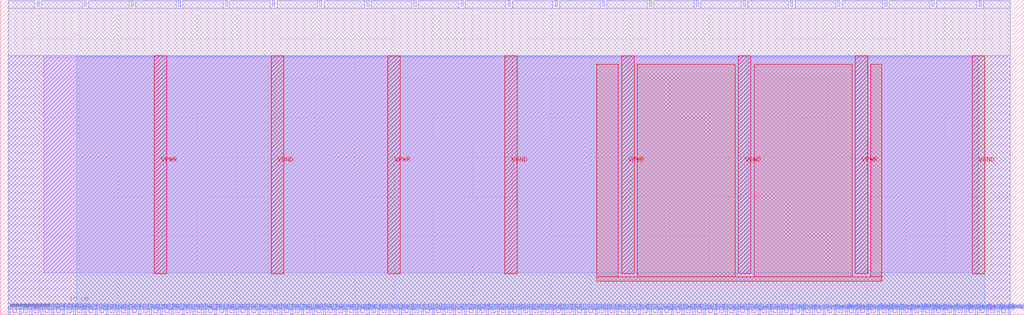
<source format=lef>
VERSION 5.7 ;
  NOWIREEXTENSIONATPIN ON ;
  DIVIDERCHAR "/" ;
  BUSBITCHARS "[]" ;
MACRO N_term_RAM_IO
  CLASS BLOCK ;
  FOREIGN N_term_RAM_IO ;
  ORIGIN 0.000 0.000 ;
  SIZE 130.000 BY 40.000 ;
  PIN FrameStrobe[0]
    DIRECTION INPUT ;
    USE SIGNAL ;
    ANTENNAGATEAREA 0.196500 ;
    PORT
      LAYER met2 ;
        RECT 101.750 0.000 102.030 0.800 ;
    END
  END FrameStrobe[0]
  PIN FrameStrobe[10]
    DIRECTION INPUT ;
    USE SIGNAL ;
    ANTENNAGATEAREA 0.196500 ;
    PORT
      LAYER met2 ;
        RECT 115.550 0.000 115.830 0.800 ;
    END
  END FrameStrobe[10]
  PIN FrameStrobe[11]
    DIRECTION INPUT ;
    USE SIGNAL ;
    ANTENNAGATEAREA 0.196500 ;
    PORT
      LAYER met2 ;
        RECT 116.930 0.000 117.210 0.800 ;
    END
  END FrameStrobe[11]
  PIN FrameStrobe[12]
    DIRECTION INPUT ;
    USE SIGNAL ;
    ANTENNAGATEAREA 0.196500 ;
    PORT
      LAYER met2 ;
        RECT 118.310 0.000 118.590 0.800 ;
    END
  END FrameStrobe[12]
  PIN FrameStrobe[13]
    DIRECTION INPUT ;
    USE SIGNAL ;
    ANTENNAGATEAREA 0.196500 ;
    PORT
      LAYER met2 ;
        RECT 119.690 0.000 119.970 0.800 ;
    END
  END FrameStrobe[13]
  PIN FrameStrobe[14]
    DIRECTION INPUT ;
    USE SIGNAL ;
    ANTENNAGATEAREA 0.196500 ;
    PORT
      LAYER met2 ;
        RECT 121.070 0.000 121.350 0.800 ;
    END
  END FrameStrobe[14]
  PIN FrameStrobe[15]
    DIRECTION INPUT ;
    USE SIGNAL ;
    ANTENNAGATEAREA 0.196500 ;
    PORT
      LAYER met2 ;
        RECT 122.450 0.000 122.730 0.800 ;
    END
  END FrameStrobe[15]
  PIN FrameStrobe[16]
    DIRECTION INPUT ;
    USE SIGNAL ;
    ANTENNAGATEAREA 0.196500 ;
    PORT
      LAYER met2 ;
        RECT 123.830 0.000 124.110 0.800 ;
    END
  END FrameStrobe[16]
  PIN FrameStrobe[17]
    DIRECTION INPUT ;
    USE SIGNAL ;
    ANTENNAGATEAREA 0.196500 ;
    PORT
      LAYER met2 ;
        RECT 125.210 0.000 125.490 0.800 ;
    END
  END FrameStrobe[17]
  PIN FrameStrobe[18]
    DIRECTION INPUT ;
    USE SIGNAL ;
    ANTENNAGATEAREA 0.196500 ;
    PORT
      LAYER met2 ;
        RECT 126.590 0.000 126.870 0.800 ;
    END
  END FrameStrobe[18]
  PIN FrameStrobe[19]
    DIRECTION INPUT ;
    USE SIGNAL ;
    ANTENNAGATEAREA 0.196500 ;
    PORT
      LAYER met2 ;
        RECT 127.970 0.000 128.250 0.800 ;
    END
  END FrameStrobe[19]
  PIN FrameStrobe[1]
    DIRECTION INPUT ;
    USE SIGNAL ;
    ANTENNAGATEAREA 0.196500 ;
    PORT
      LAYER met2 ;
        RECT 103.130 0.000 103.410 0.800 ;
    END
  END FrameStrobe[1]
  PIN FrameStrobe[2]
    DIRECTION INPUT ;
    USE SIGNAL ;
    ANTENNAGATEAREA 0.196500 ;
    PORT
      LAYER met2 ;
        RECT 104.510 0.000 104.790 0.800 ;
    END
  END FrameStrobe[2]
  PIN FrameStrobe[3]
    DIRECTION INPUT ;
    USE SIGNAL ;
    ANTENNAGATEAREA 0.196500 ;
    PORT
      LAYER met2 ;
        RECT 105.890 0.000 106.170 0.800 ;
    END
  END FrameStrobe[3]
  PIN FrameStrobe[4]
    DIRECTION INPUT ;
    USE SIGNAL ;
    ANTENNAGATEAREA 0.196500 ;
    PORT
      LAYER met2 ;
        RECT 107.270 0.000 107.550 0.800 ;
    END
  END FrameStrobe[4]
  PIN FrameStrobe[5]
    DIRECTION INPUT ;
    USE SIGNAL ;
    ANTENNAGATEAREA 0.196500 ;
    PORT
      LAYER met2 ;
        RECT 108.650 0.000 108.930 0.800 ;
    END
  END FrameStrobe[5]
  PIN FrameStrobe[6]
    DIRECTION INPUT ;
    USE SIGNAL ;
    ANTENNAGATEAREA 0.196500 ;
    PORT
      LAYER met2 ;
        RECT 110.030 0.000 110.310 0.800 ;
    END
  END FrameStrobe[6]
  PIN FrameStrobe[7]
    DIRECTION INPUT ;
    USE SIGNAL ;
    ANTENNAGATEAREA 0.196500 ;
    PORT
      LAYER met2 ;
        RECT 111.410 0.000 111.690 0.800 ;
    END
  END FrameStrobe[7]
  PIN FrameStrobe[8]
    DIRECTION INPUT ;
    USE SIGNAL ;
    ANTENNAGATEAREA 0.196500 ;
    PORT
      LAYER met2 ;
        RECT 112.790 0.000 113.070 0.800 ;
    END
  END FrameStrobe[8]
  PIN FrameStrobe[9]
    DIRECTION INPUT ;
    USE SIGNAL ;
    ANTENNAGATEAREA 0.196500 ;
    PORT
      LAYER met2 ;
        RECT 114.170 0.000 114.450 0.800 ;
    END
  END FrameStrobe[9]
  PIN FrameStrobe_O[0]
    DIRECTION OUTPUT TRISTATE ;
    USE SIGNAL ;
    ANTENNADIFFAREA 0.445500 ;
    PORT
      LAYER met2 ;
        RECT 10.670 39.200 10.950 40.000 ;
    END
  END FrameStrobe_O[0]
  PIN FrameStrobe_O[10]
    DIRECTION OUTPUT TRISTATE ;
    USE SIGNAL ;
    ANTENNADIFFAREA 0.795200 ;
    PORT
      LAYER met2 ;
        RECT 70.470 39.200 70.750 40.000 ;
    END
  END FrameStrobe_O[10]
  PIN FrameStrobe_O[11]
    DIRECTION OUTPUT TRISTATE ;
    USE SIGNAL ;
    ANTENNADIFFAREA 0.795200 ;
    PORT
      LAYER met2 ;
        RECT 76.450 39.200 76.730 40.000 ;
    END
  END FrameStrobe_O[11]
  PIN FrameStrobe_O[12]
    DIRECTION OUTPUT TRISTATE ;
    USE SIGNAL ;
    ANTENNADIFFAREA 0.795200 ;
    PORT
      LAYER met2 ;
        RECT 82.430 39.200 82.710 40.000 ;
    END
  END FrameStrobe_O[12]
  PIN FrameStrobe_O[13]
    DIRECTION OUTPUT TRISTATE ;
    USE SIGNAL ;
    ANTENNADIFFAREA 0.795200 ;
    PORT
      LAYER met2 ;
        RECT 88.410 39.200 88.690 40.000 ;
    END
  END FrameStrobe_O[13]
  PIN FrameStrobe_O[14]
    DIRECTION OUTPUT TRISTATE ;
    USE SIGNAL ;
    ANTENNADIFFAREA 0.795200 ;
    PORT
      LAYER met2 ;
        RECT 94.390 39.200 94.670 40.000 ;
    END
  END FrameStrobe_O[14]
  PIN FrameStrobe_O[15]
    DIRECTION OUTPUT TRISTATE ;
    USE SIGNAL ;
    ANTENNADIFFAREA 0.445500 ;
    PORT
      LAYER met2 ;
        RECT 100.370 39.200 100.650 40.000 ;
    END
  END FrameStrobe_O[15]
  PIN FrameStrobe_O[16]
    DIRECTION OUTPUT TRISTATE ;
    USE SIGNAL ;
    ANTENNADIFFAREA 0.445500 ;
    PORT
      LAYER met2 ;
        RECT 106.350 39.200 106.630 40.000 ;
    END
  END FrameStrobe_O[16]
  PIN FrameStrobe_O[17]
    DIRECTION OUTPUT TRISTATE ;
    USE SIGNAL ;
    ANTENNADIFFAREA 0.795200 ;
    PORT
      LAYER met2 ;
        RECT 112.330 39.200 112.610 40.000 ;
    END
  END FrameStrobe_O[17]
  PIN FrameStrobe_O[18]
    DIRECTION OUTPUT TRISTATE ;
    USE SIGNAL ;
    ANTENNADIFFAREA 0.795200 ;
    PORT
      LAYER met2 ;
        RECT 118.310 39.200 118.590 40.000 ;
    END
  END FrameStrobe_O[18]
  PIN FrameStrobe_O[19]
    DIRECTION OUTPUT TRISTATE ;
    USE SIGNAL ;
    ANTENNADIFFAREA 0.795200 ;
    PORT
      LAYER met2 ;
        RECT 124.290 39.200 124.570 40.000 ;
    END
  END FrameStrobe_O[19]
  PIN FrameStrobe_O[1]
    DIRECTION OUTPUT TRISTATE ;
    USE SIGNAL ;
    ANTENNADIFFAREA 0.795200 ;
    PORT
      LAYER met2 ;
        RECT 16.650 39.200 16.930 40.000 ;
    END
  END FrameStrobe_O[1]
  PIN FrameStrobe_O[2]
    DIRECTION OUTPUT TRISTATE ;
    USE SIGNAL ;
    ANTENNADIFFAREA 0.795200 ;
    PORT
      LAYER met2 ;
        RECT 22.630 39.200 22.910 40.000 ;
    END
  END FrameStrobe_O[2]
  PIN FrameStrobe_O[3]
    DIRECTION OUTPUT TRISTATE ;
    USE SIGNAL ;
    ANTENNADIFFAREA 0.795200 ;
    PORT
      LAYER met2 ;
        RECT 28.610 39.200 28.890 40.000 ;
    END
  END FrameStrobe_O[3]
  PIN FrameStrobe_O[4]
    DIRECTION OUTPUT TRISTATE ;
    USE SIGNAL ;
    ANTENNADIFFAREA 0.795200 ;
    PORT
      LAYER met2 ;
        RECT 34.590 39.200 34.870 40.000 ;
    END
  END FrameStrobe_O[4]
  PIN FrameStrobe_O[5]
    DIRECTION OUTPUT TRISTATE ;
    USE SIGNAL ;
    ANTENNADIFFAREA 0.795200 ;
    PORT
      LAYER met2 ;
        RECT 40.570 39.200 40.850 40.000 ;
    END
  END FrameStrobe_O[5]
  PIN FrameStrobe_O[6]
    DIRECTION OUTPUT TRISTATE ;
    USE SIGNAL ;
    ANTENNADIFFAREA 0.795200 ;
    PORT
      LAYER met2 ;
        RECT 46.550 39.200 46.830 40.000 ;
    END
  END FrameStrobe_O[6]
  PIN FrameStrobe_O[7]
    DIRECTION OUTPUT TRISTATE ;
    USE SIGNAL ;
    ANTENNADIFFAREA 0.795200 ;
    PORT
      LAYER met2 ;
        RECT 52.530 39.200 52.810 40.000 ;
    END
  END FrameStrobe_O[7]
  PIN FrameStrobe_O[8]
    DIRECTION OUTPUT TRISTATE ;
    USE SIGNAL ;
    ANTENNADIFFAREA 0.445500 ;
    PORT
      LAYER met2 ;
        RECT 58.510 39.200 58.790 40.000 ;
    END
  END FrameStrobe_O[8]
  PIN FrameStrobe_O[9]
    DIRECTION OUTPUT TRISTATE ;
    USE SIGNAL ;
    ANTENNADIFFAREA 0.445500 ;
    PORT
      LAYER met2 ;
        RECT 64.490 39.200 64.770 40.000 ;
    END
  END FrameStrobe_O[9]
  PIN N1END[0]
    DIRECTION INPUT ;
    USE SIGNAL ;
    ANTENNAGATEAREA 0.196500 ;
    PORT
      LAYER met2 ;
        RECT 1.010 0.000 1.290 0.800 ;
    END
  END N1END[0]
  PIN N1END[1]
    DIRECTION INPUT ;
    USE SIGNAL ;
    ANTENNAGATEAREA 0.196500 ;
    PORT
      LAYER met2 ;
        RECT 2.390 0.000 2.670 0.800 ;
    END
  END N1END[1]
  PIN N1END[2]
    DIRECTION INPUT ;
    USE SIGNAL ;
    ANTENNAGATEAREA 0.196500 ;
    PORT
      LAYER met2 ;
        RECT 3.770 0.000 4.050 0.800 ;
    END
  END N1END[2]
  PIN N1END[3]
    DIRECTION INPUT ;
    USE SIGNAL ;
    ANTENNAGATEAREA 0.196500 ;
    PORT
      LAYER met2 ;
        RECT 5.150 0.000 5.430 0.800 ;
    END
  END N1END[3]
  PIN N2END[0]
    DIRECTION INPUT ;
    USE SIGNAL ;
    ANTENNAGATEAREA 0.196500 ;
    PORT
      LAYER met2 ;
        RECT 17.570 0.000 17.850 0.800 ;
    END
  END N2END[0]
  PIN N2END[1]
    DIRECTION INPUT ;
    USE SIGNAL ;
    ANTENNAGATEAREA 0.196500 ;
    PORT
      LAYER met2 ;
        RECT 18.950 0.000 19.230 0.800 ;
    END
  END N2END[1]
  PIN N2END[2]
    DIRECTION INPUT ;
    USE SIGNAL ;
    ANTENNAGATEAREA 0.196500 ;
    PORT
      LAYER met2 ;
        RECT 20.330 0.000 20.610 0.800 ;
    END
  END N2END[2]
  PIN N2END[3]
    DIRECTION INPUT ;
    USE SIGNAL ;
    ANTENNAGATEAREA 0.196500 ;
    PORT
      LAYER met2 ;
        RECT 21.710 0.000 21.990 0.800 ;
    END
  END N2END[3]
  PIN N2END[4]
    DIRECTION INPUT ;
    USE SIGNAL ;
    ANTENNAGATEAREA 0.196500 ;
    PORT
      LAYER met2 ;
        RECT 23.090 0.000 23.370 0.800 ;
    END
  END N2END[4]
  PIN N2END[5]
    DIRECTION INPUT ;
    USE SIGNAL ;
    ANTENNAGATEAREA 0.196500 ;
    PORT
      LAYER met2 ;
        RECT 24.470 0.000 24.750 0.800 ;
    END
  END N2END[5]
  PIN N2END[6]
    DIRECTION INPUT ;
    USE SIGNAL ;
    ANTENNAGATEAREA 0.196500 ;
    PORT
      LAYER met2 ;
        RECT 25.850 0.000 26.130 0.800 ;
    END
  END N2END[6]
  PIN N2END[7]
    DIRECTION INPUT ;
    USE SIGNAL ;
    ANTENNAGATEAREA 0.196500 ;
    PORT
      LAYER met2 ;
        RECT 27.230 0.000 27.510 0.800 ;
    END
  END N2END[7]
  PIN N2MID[0]
    DIRECTION INPUT ;
    USE SIGNAL ;
    ANTENNAGATEAREA 0.196500 ;
    PORT
      LAYER met2 ;
        RECT 6.530 0.000 6.810 0.800 ;
    END
  END N2MID[0]
  PIN N2MID[1]
    DIRECTION INPUT ;
    USE SIGNAL ;
    ANTENNAGATEAREA 0.196500 ;
    PORT
      LAYER met2 ;
        RECT 7.910 0.000 8.190 0.800 ;
    END
  END N2MID[1]
  PIN N2MID[2]
    DIRECTION INPUT ;
    USE SIGNAL ;
    ANTENNAGATEAREA 0.196500 ;
    PORT
      LAYER met2 ;
        RECT 9.290 0.000 9.570 0.800 ;
    END
  END N2MID[2]
  PIN N2MID[3]
    DIRECTION INPUT ;
    USE SIGNAL ;
    ANTENNAGATEAREA 0.196500 ;
    PORT
      LAYER met2 ;
        RECT 10.670 0.000 10.950 0.800 ;
    END
  END N2MID[3]
  PIN N2MID[4]
    DIRECTION INPUT ;
    USE SIGNAL ;
    ANTENNAGATEAREA 0.196500 ;
    PORT
      LAYER met2 ;
        RECT 12.050 0.000 12.330 0.800 ;
    END
  END N2MID[4]
  PIN N2MID[5]
    DIRECTION INPUT ;
    USE SIGNAL ;
    ANTENNAGATEAREA 0.196500 ;
    PORT
      LAYER met2 ;
        RECT 13.430 0.000 13.710 0.800 ;
    END
  END N2MID[5]
  PIN N2MID[6]
    DIRECTION INPUT ;
    USE SIGNAL ;
    ANTENNAGATEAREA 0.196500 ;
    PORT
      LAYER met2 ;
        RECT 14.810 0.000 15.090 0.800 ;
    END
  END N2MID[6]
  PIN N2MID[7]
    DIRECTION INPUT ;
    USE SIGNAL ;
    ANTENNAGATEAREA 0.196500 ;
    PORT
      LAYER met2 ;
        RECT 16.190 0.000 16.470 0.800 ;
    END
  END N2MID[7]
  PIN N4END[0]
    DIRECTION INPUT ;
    USE SIGNAL ;
    ANTENNAGATEAREA 0.196500 ;
    PORT
      LAYER met2 ;
        RECT 28.610 0.000 28.890 0.800 ;
    END
  END N4END[0]
  PIN N4END[10]
    DIRECTION INPUT ;
    USE SIGNAL ;
    ANTENNAGATEAREA 0.196500 ;
    PORT
      LAYER met2 ;
        RECT 42.410 0.000 42.690 0.800 ;
    END
  END N4END[10]
  PIN N4END[11]
    DIRECTION INPUT ;
    USE SIGNAL ;
    ANTENNAGATEAREA 0.196500 ;
    PORT
      LAYER met2 ;
        RECT 43.790 0.000 44.070 0.800 ;
    END
  END N4END[11]
  PIN N4END[12]
    DIRECTION INPUT ;
    USE SIGNAL ;
    ANTENNAGATEAREA 0.196500 ;
    PORT
      LAYER met2 ;
        RECT 45.170 0.000 45.450 0.800 ;
    END
  END N4END[12]
  PIN N4END[13]
    DIRECTION INPUT ;
    USE SIGNAL ;
    ANTENNAGATEAREA 0.196500 ;
    PORT
      LAYER met2 ;
        RECT 46.550 0.000 46.830 0.800 ;
    END
  END N4END[13]
  PIN N4END[14]
    DIRECTION INPUT ;
    USE SIGNAL ;
    ANTENNAGATEAREA 0.196500 ;
    PORT
      LAYER met2 ;
        RECT 47.930 0.000 48.210 0.800 ;
    END
  END N4END[14]
  PIN N4END[15]
    DIRECTION INPUT ;
    USE SIGNAL ;
    ANTENNAGATEAREA 0.196500 ;
    PORT
      LAYER met2 ;
        RECT 49.310 0.000 49.590 0.800 ;
    END
  END N4END[15]
  PIN N4END[1]
    DIRECTION INPUT ;
    USE SIGNAL ;
    ANTENNAGATEAREA 0.196500 ;
    PORT
      LAYER met2 ;
        RECT 29.990 0.000 30.270 0.800 ;
    END
  END N4END[1]
  PIN N4END[2]
    DIRECTION INPUT ;
    USE SIGNAL ;
    ANTENNAGATEAREA 0.196500 ;
    PORT
      LAYER met2 ;
        RECT 31.370 0.000 31.650 0.800 ;
    END
  END N4END[2]
  PIN N4END[3]
    DIRECTION INPUT ;
    USE SIGNAL ;
    ANTENNAGATEAREA 0.196500 ;
    PORT
      LAYER met2 ;
        RECT 32.750 0.000 33.030 0.800 ;
    END
  END N4END[3]
  PIN N4END[4]
    DIRECTION INPUT ;
    USE SIGNAL ;
    ANTENNAGATEAREA 0.196500 ;
    PORT
      LAYER met2 ;
        RECT 34.130 0.000 34.410 0.800 ;
    END
  END N4END[4]
  PIN N4END[5]
    DIRECTION INPUT ;
    USE SIGNAL ;
    ANTENNAGATEAREA 0.196500 ;
    PORT
      LAYER met2 ;
        RECT 35.510 0.000 35.790 0.800 ;
    END
  END N4END[5]
  PIN N4END[6]
    DIRECTION INPUT ;
    USE SIGNAL ;
    ANTENNAGATEAREA 0.196500 ;
    PORT
      LAYER met2 ;
        RECT 36.890 0.000 37.170 0.800 ;
    END
  END N4END[6]
  PIN N4END[7]
    DIRECTION INPUT ;
    USE SIGNAL ;
    ANTENNAGATEAREA 0.196500 ;
    PORT
      LAYER met2 ;
        RECT 38.270 0.000 38.550 0.800 ;
    END
  END N4END[7]
  PIN N4END[8]
    DIRECTION INPUT ;
    USE SIGNAL ;
    ANTENNAGATEAREA 0.196500 ;
    PORT
      LAYER met2 ;
        RECT 39.650 0.000 39.930 0.800 ;
    END
  END N4END[8]
  PIN N4END[9]
    DIRECTION INPUT ;
    USE SIGNAL ;
    ANTENNAGATEAREA 0.196500 ;
    PORT
      LAYER met2 ;
        RECT 41.030 0.000 41.310 0.800 ;
    END
  END N4END[9]
  PIN S1BEG[0]
    DIRECTION OUTPUT TRISTATE ;
    USE SIGNAL ;
    ANTENNADIFFAREA 0.445500 ;
    PORT
      LAYER met2 ;
        RECT 50.690 0.000 50.970 0.800 ;
    END
  END S1BEG[0]
  PIN S1BEG[1]
    DIRECTION OUTPUT TRISTATE ;
    USE SIGNAL ;
    ANTENNADIFFAREA 0.795200 ;
    PORT
      LAYER met2 ;
        RECT 52.070 0.000 52.350 0.800 ;
    END
  END S1BEG[1]
  PIN S1BEG[2]
    DIRECTION OUTPUT TRISTATE ;
    USE SIGNAL ;
    ANTENNADIFFAREA 0.445500 ;
    PORT
      LAYER met2 ;
        RECT 53.450 0.000 53.730 0.800 ;
    END
  END S1BEG[2]
  PIN S1BEG[3]
    DIRECTION OUTPUT TRISTATE ;
    USE SIGNAL ;
    ANTENNADIFFAREA 0.795200 ;
    PORT
      LAYER met2 ;
        RECT 54.830 0.000 55.110 0.800 ;
    END
  END S1BEG[3]
  PIN S2BEG[0]
    DIRECTION OUTPUT TRISTATE ;
    USE SIGNAL ;
    ANTENNADIFFAREA 0.445500 ;
    PORT
      LAYER met2 ;
        RECT 67.250 0.000 67.530 0.800 ;
    END
  END S2BEG[0]
  PIN S2BEG[1]
    DIRECTION OUTPUT TRISTATE ;
    USE SIGNAL ;
    ANTENNADIFFAREA 0.795200 ;
    PORT
      LAYER met2 ;
        RECT 68.630 0.000 68.910 0.800 ;
    END
  END S2BEG[1]
  PIN S2BEG[2]
    DIRECTION OUTPUT TRISTATE ;
    USE SIGNAL ;
    ANTENNADIFFAREA 0.445500 ;
    PORT
      LAYER met2 ;
        RECT 70.010 0.000 70.290 0.800 ;
    END
  END S2BEG[2]
  PIN S2BEG[3]
    DIRECTION OUTPUT TRISTATE ;
    USE SIGNAL ;
    ANTENNADIFFAREA 0.445500 ;
    PORT
      LAYER met2 ;
        RECT 71.390 0.000 71.670 0.800 ;
    END
  END S2BEG[3]
  PIN S2BEG[4]
    DIRECTION OUTPUT TRISTATE ;
    USE SIGNAL ;
    ANTENNADIFFAREA 0.445500 ;
    PORT
      LAYER met2 ;
        RECT 72.770 0.000 73.050 0.800 ;
    END
  END S2BEG[4]
  PIN S2BEG[5]
    DIRECTION OUTPUT TRISTATE ;
    USE SIGNAL ;
    ANTENNADIFFAREA 0.795200 ;
    PORT
      LAYER met2 ;
        RECT 74.150 0.000 74.430 0.800 ;
    END
  END S2BEG[5]
  PIN S2BEG[6]
    DIRECTION OUTPUT TRISTATE ;
    USE SIGNAL ;
    ANTENNADIFFAREA 0.795200 ;
    PORT
      LAYER met2 ;
        RECT 75.530 0.000 75.810 0.800 ;
    END
  END S2BEG[6]
  PIN S2BEG[7]
    DIRECTION OUTPUT TRISTATE ;
    USE SIGNAL ;
    ANTENNADIFFAREA 0.445500 ;
    PORT
      LAYER met2 ;
        RECT 76.910 0.000 77.190 0.800 ;
    END
  END S2BEG[7]
  PIN S2BEGb[0]
    DIRECTION OUTPUT TRISTATE ;
    USE SIGNAL ;
    ANTENNADIFFAREA 0.795200 ;
    PORT
      LAYER met2 ;
        RECT 56.210 0.000 56.490 0.800 ;
    END
  END S2BEGb[0]
  PIN S2BEGb[1]
    DIRECTION OUTPUT TRISTATE ;
    USE SIGNAL ;
    ANTENNADIFFAREA 0.445500 ;
    PORT
      LAYER met2 ;
        RECT 57.590 0.000 57.870 0.800 ;
    END
  END S2BEGb[1]
  PIN S2BEGb[2]
    DIRECTION OUTPUT TRISTATE ;
    USE SIGNAL ;
    ANTENNADIFFAREA 0.795200 ;
    PORT
      LAYER met2 ;
        RECT 58.970 0.000 59.250 0.800 ;
    END
  END S2BEGb[2]
  PIN S2BEGb[3]
    DIRECTION OUTPUT TRISTATE ;
    USE SIGNAL ;
    ANTENNADIFFAREA 0.445500 ;
    PORT
      LAYER met2 ;
        RECT 60.350 0.000 60.630 0.800 ;
    END
  END S2BEGb[3]
  PIN S2BEGb[4]
    DIRECTION OUTPUT TRISTATE ;
    USE SIGNAL ;
    ANTENNADIFFAREA 0.795200 ;
    PORT
      LAYER met2 ;
        RECT 61.730 0.000 62.010 0.800 ;
    END
  END S2BEGb[4]
  PIN S2BEGb[5]
    DIRECTION OUTPUT TRISTATE ;
    USE SIGNAL ;
    ANTENNADIFFAREA 0.795200 ;
    PORT
      LAYER met2 ;
        RECT 63.110 0.000 63.390 0.800 ;
    END
  END S2BEGb[5]
  PIN S2BEGb[6]
    DIRECTION OUTPUT TRISTATE ;
    USE SIGNAL ;
    ANTENNADIFFAREA 0.445500 ;
    PORT
      LAYER met2 ;
        RECT 64.490 0.000 64.770 0.800 ;
    END
  END S2BEGb[6]
  PIN S2BEGb[7]
    DIRECTION OUTPUT TRISTATE ;
    USE SIGNAL ;
    ANTENNADIFFAREA 0.445500 ;
    PORT
      LAYER met2 ;
        RECT 65.870 0.000 66.150 0.800 ;
    END
  END S2BEGb[7]
  PIN S4BEG[0]
    DIRECTION OUTPUT TRISTATE ;
    USE SIGNAL ;
    ANTENNADIFFAREA 0.795200 ;
    PORT
      LAYER met2 ;
        RECT 78.290 0.000 78.570 0.800 ;
    END
  END S4BEG[0]
  PIN S4BEG[10]
    DIRECTION OUTPUT TRISTATE ;
    USE SIGNAL ;
    ANTENNADIFFAREA 0.795200 ;
    PORT
      LAYER met2 ;
        RECT 92.090 0.000 92.370 0.800 ;
    END
  END S4BEG[10]
  PIN S4BEG[11]
    DIRECTION OUTPUT TRISTATE ;
    USE SIGNAL ;
    ANTENNADIFFAREA 0.795200 ;
    PORT
      LAYER met2 ;
        RECT 93.470 0.000 93.750 0.800 ;
    END
  END S4BEG[11]
  PIN S4BEG[12]
    DIRECTION OUTPUT TRISTATE ;
    USE SIGNAL ;
    ANTENNADIFFAREA 0.795200 ;
    PORT
      LAYER met2 ;
        RECT 94.850 0.000 95.130 0.800 ;
    END
  END S4BEG[12]
  PIN S4BEG[13]
    DIRECTION OUTPUT TRISTATE ;
    USE SIGNAL ;
    ANTENNADIFFAREA 0.795200 ;
    PORT
      LAYER met2 ;
        RECT 96.230 0.000 96.510 0.800 ;
    END
  END S4BEG[13]
  PIN S4BEG[14]
    DIRECTION OUTPUT TRISTATE ;
    USE SIGNAL ;
    ANTENNADIFFAREA 0.445500 ;
    PORT
      LAYER met2 ;
        RECT 97.610 0.000 97.890 0.800 ;
    END
  END S4BEG[14]
  PIN S4BEG[15]
    DIRECTION OUTPUT TRISTATE ;
    USE SIGNAL ;
    ANTENNADIFFAREA 0.795200 ;
    PORT
      LAYER met2 ;
        RECT 98.990 0.000 99.270 0.800 ;
    END
  END S4BEG[15]
  PIN S4BEG[1]
    DIRECTION OUTPUT TRISTATE ;
    USE SIGNAL ;
    ANTENNADIFFAREA 0.795200 ;
    PORT
      LAYER met2 ;
        RECT 79.670 0.000 79.950 0.800 ;
    END
  END S4BEG[1]
  PIN S4BEG[2]
    DIRECTION OUTPUT TRISTATE ;
    USE SIGNAL ;
    ANTENNADIFFAREA 0.795200 ;
    PORT
      LAYER met2 ;
        RECT 81.050 0.000 81.330 0.800 ;
    END
  END S4BEG[2]
  PIN S4BEG[3]
    DIRECTION OUTPUT TRISTATE ;
    USE SIGNAL ;
    ANTENNADIFFAREA 0.795200 ;
    PORT
      LAYER met2 ;
        RECT 82.430 0.000 82.710 0.800 ;
    END
  END S4BEG[3]
  PIN S4BEG[4]
    DIRECTION OUTPUT TRISTATE ;
    USE SIGNAL ;
    ANTENNADIFFAREA 0.795200 ;
    PORT
      LAYER met2 ;
        RECT 83.810 0.000 84.090 0.800 ;
    END
  END S4BEG[4]
  PIN S4BEG[5]
    DIRECTION OUTPUT TRISTATE ;
    USE SIGNAL ;
    ANTENNADIFFAREA 0.795200 ;
    PORT
      LAYER met2 ;
        RECT 85.190 0.000 85.470 0.800 ;
    END
  END S4BEG[5]
  PIN S4BEG[6]
    DIRECTION OUTPUT TRISTATE ;
    USE SIGNAL ;
    ANTENNADIFFAREA 0.795200 ;
    PORT
      LAYER met2 ;
        RECT 86.570 0.000 86.850 0.800 ;
    END
  END S4BEG[6]
  PIN S4BEG[7]
    DIRECTION OUTPUT TRISTATE ;
    USE SIGNAL ;
    ANTENNADIFFAREA 0.795200 ;
    PORT
      LAYER met2 ;
        RECT 87.950 0.000 88.230 0.800 ;
    END
  END S4BEG[7]
  PIN S4BEG[8]
    DIRECTION OUTPUT TRISTATE ;
    USE SIGNAL ;
    ANTENNADIFFAREA 0.795200 ;
    PORT
      LAYER met2 ;
        RECT 89.330 0.000 89.610 0.800 ;
    END
  END S4BEG[8]
  PIN S4BEG[9]
    DIRECTION OUTPUT TRISTATE ;
    USE SIGNAL ;
    ANTENNADIFFAREA 0.795200 ;
    PORT
      LAYER met2 ;
        RECT 90.710 0.000 90.990 0.800 ;
    END
  END S4BEG[9]
  PIN UserCLK
    DIRECTION INPUT ;
    USE SIGNAL ;
    ANTENNAGATEAREA 0.196500 ;
    PORT
      LAYER met2 ;
        RECT 100.370 0.000 100.650 0.800 ;
    END
  END UserCLK
  PIN UserCLKo
    DIRECTION OUTPUT TRISTATE ;
    USE SIGNAL ;
    ANTENNADIFFAREA 0.795200 ;
    PORT
      LAYER met2 ;
        RECT 4.690 39.200 4.970 40.000 ;
    END
  END UserCLKo
  PIN VGND
    DIRECTION INOUT ;
    USE GROUND ;
    PORT
      LAYER met4 ;
        RECT 34.390 5.200 35.990 32.880 ;
    END
    PORT
      LAYER met4 ;
        RECT 64.060 5.200 65.660 32.880 ;
    END
    PORT
      LAYER met4 ;
        RECT 93.730 5.200 95.330 32.880 ;
    END
    PORT
      LAYER met4 ;
        RECT 123.400 5.200 125.000 32.880 ;
    END
  END VGND
  PIN VPWR
    DIRECTION INOUT ;
    USE POWER ;
    PORT
      LAYER met4 ;
        RECT 19.555 5.200 21.155 32.880 ;
    END
    PORT
      LAYER met4 ;
        RECT 49.225 5.200 50.825 32.880 ;
    END
    PORT
      LAYER met4 ;
        RECT 78.895 5.200 80.495 32.880 ;
    END
    PORT
      LAYER met4 ;
        RECT 108.565 5.200 110.165 32.880 ;
    END
  END VPWR
  OBS
      LAYER li1 ;
        RECT 5.520 5.355 124.200 32.725 ;
      LAYER met1 ;
        RECT 0.990 0.720 128.270 32.880 ;
      LAYER met2 ;
        RECT 1.020 38.920 4.410 39.850 ;
        RECT 5.250 38.920 10.390 39.850 ;
        RECT 11.230 38.920 16.370 39.850 ;
        RECT 17.210 38.920 22.350 39.850 ;
        RECT 23.190 38.920 28.330 39.850 ;
        RECT 29.170 38.920 34.310 39.850 ;
        RECT 35.150 38.920 40.290 39.850 ;
        RECT 41.130 38.920 46.270 39.850 ;
        RECT 47.110 38.920 52.250 39.850 ;
        RECT 53.090 38.920 58.230 39.850 ;
        RECT 59.070 38.920 64.210 39.850 ;
        RECT 65.050 38.920 70.190 39.850 ;
        RECT 71.030 38.920 76.170 39.850 ;
        RECT 77.010 38.920 82.150 39.850 ;
        RECT 82.990 38.920 88.130 39.850 ;
        RECT 88.970 38.920 94.110 39.850 ;
        RECT 94.950 38.920 100.090 39.850 ;
        RECT 100.930 38.920 106.070 39.850 ;
        RECT 106.910 38.920 112.050 39.850 ;
        RECT 112.890 38.920 118.030 39.850 ;
        RECT 118.870 38.920 124.010 39.850 ;
        RECT 124.850 38.920 128.240 39.850 ;
        RECT 1.020 1.080 128.240 38.920 ;
        RECT 1.570 0.270 2.110 1.080 ;
        RECT 2.950 0.270 3.490 1.080 ;
        RECT 4.330 0.270 4.870 1.080 ;
        RECT 5.710 0.270 6.250 1.080 ;
        RECT 7.090 0.270 7.630 1.080 ;
        RECT 8.470 0.270 9.010 1.080 ;
        RECT 9.850 0.270 10.390 1.080 ;
        RECT 11.230 0.270 11.770 1.080 ;
        RECT 12.610 0.270 13.150 1.080 ;
        RECT 13.990 0.270 14.530 1.080 ;
        RECT 15.370 0.270 15.910 1.080 ;
        RECT 16.750 0.270 17.290 1.080 ;
        RECT 18.130 0.270 18.670 1.080 ;
        RECT 19.510 0.270 20.050 1.080 ;
        RECT 20.890 0.270 21.430 1.080 ;
        RECT 22.270 0.270 22.810 1.080 ;
        RECT 23.650 0.270 24.190 1.080 ;
        RECT 25.030 0.270 25.570 1.080 ;
        RECT 26.410 0.270 26.950 1.080 ;
        RECT 27.790 0.270 28.330 1.080 ;
        RECT 29.170 0.270 29.710 1.080 ;
        RECT 30.550 0.270 31.090 1.080 ;
        RECT 31.930 0.270 32.470 1.080 ;
        RECT 33.310 0.270 33.850 1.080 ;
        RECT 34.690 0.270 35.230 1.080 ;
        RECT 36.070 0.270 36.610 1.080 ;
        RECT 37.450 0.270 37.990 1.080 ;
        RECT 38.830 0.270 39.370 1.080 ;
        RECT 40.210 0.270 40.750 1.080 ;
        RECT 41.590 0.270 42.130 1.080 ;
        RECT 42.970 0.270 43.510 1.080 ;
        RECT 44.350 0.270 44.890 1.080 ;
        RECT 45.730 0.270 46.270 1.080 ;
        RECT 47.110 0.270 47.650 1.080 ;
        RECT 48.490 0.270 49.030 1.080 ;
        RECT 49.870 0.270 50.410 1.080 ;
        RECT 51.250 0.270 51.790 1.080 ;
        RECT 52.630 0.270 53.170 1.080 ;
        RECT 54.010 0.270 54.550 1.080 ;
        RECT 55.390 0.270 55.930 1.080 ;
        RECT 56.770 0.270 57.310 1.080 ;
        RECT 58.150 0.270 58.690 1.080 ;
        RECT 59.530 0.270 60.070 1.080 ;
        RECT 60.910 0.270 61.450 1.080 ;
        RECT 62.290 0.270 62.830 1.080 ;
        RECT 63.670 0.270 64.210 1.080 ;
        RECT 65.050 0.270 65.590 1.080 ;
        RECT 66.430 0.270 66.970 1.080 ;
        RECT 67.810 0.270 68.350 1.080 ;
        RECT 69.190 0.270 69.730 1.080 ;
        RECT 70.570 0.270 71.110 1.080 ;
        RECT 71.950 0.270 72.490 1.080 ;
        RECT 73.330 0.270 73.870 1.080 ;
        RECT 74.710 0.270 75.250 1.080 ;
        RECT 76.090 0.270 76.630 1.080 ;
        RECT 77.470 0.270 78.010 1.080 ;
        RECT 78.850 0.270 79.390 1.080 ;
        RECT 80.230 0.270 80.770 1.080 ;
        RECT 81.610 0.270 82.150 1.080 ;
        RECT 82.990 0.270 83.530 1.080 ;
        RECT 84.370 0.270 84.910 1.080 ;
        RECT 85.750 0.270 86.290 1.080 ;
        RECT 87.130 0.270 87.670 1.080 ;
        RECT 88.510 0.270 89.050 1.080 ;
        RECT 89.890 0.270 90.430 1.080 ;
        RECT 91.270 0.270 91.810 1.080 ;
        RECT 92.650 0.270 93.190 1.080 ;
        RECT 94.030 0.270 94.570 1.080 ;
        RECT 95.410 0.270 95.950 1.080 ;
        RECT 96.790 0.270 97.330 1.080 ;
        RECT 98.170 0.270 98.710 1.080 ;
        RECT 99.550 0.270 100.090 1.080 ;
        RECT 100.930 0.270 101.470 1.080 ;
        RECT 102.310 0.270 102.850 1.080 ;
        RECT 103.690 0.270 104.230 1.080 ;
        RECT 105.070 0.270 105.610 1.080 ;
        RECT 106.450 0.270 106.990 1.080 ;
        RECT 107.830 0.270 108.370 1.080 ;
        RECT 109.210 0.270 109.750 1.080 ;
        RECT 110.590 0.270 111.130 1.080 ;
        RECT 111.970 0.270 112.510 1.080 ;
        RECT 113.350 0.270 113.890 1.080 ;
        RECT 114.730 0.270 115.270 1.080 ;
        RECT 116.110 0.270 116.650 1.080 ;
        RECT 117.490 0.270 118.030 1.080 ;
        RECT 118.870 0.270 119.410 1.080 ;
        RECT 120.250 0.270 120.790 1.080 ;
        RECT 121.630 0.270 122.170 1.080 ;
        RECT 123.010 0.270 123.550 1.080 ;
        RECT 124.390 0.270 124.930 1.080 ;
        RECT 125.770 0.270 126.310 1.080 ;
        RECT 127.150 0.270 127.690 1.080 ;
      LAYER met3 ;
        RECT 9.725 0.870 124.990 32.805 ;
      LAYER met4 ;
        RECT 75.735 4.800 78.495 31.785 ;
        RECT 80.895 4.800 93.330 31.785 ;
        RECT 95.730 4.800 108.165 31.785 ;
        RECT 110.565 4.800 111.945 31.785 ;
        RECT 75.735 4.255 111.945 4.800 ;
  END
END N_term_RAM_IO
END LIBRARY


</source>
